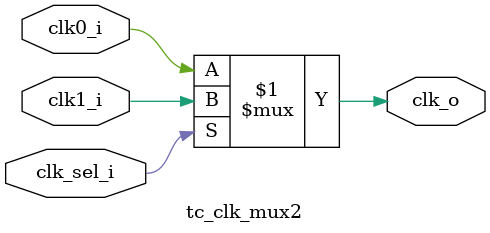
<source format=sv>
module tc_clk_inverter (
  input  logic clk_i,
  output logic clk_o
);

  // Ugly code style hack to work around mysterious Verilator issue
  always_comb begin
    clk_o = 1'b0;
    if (clk_i == 1'b0) clk_o = 1'b1;
  end

endmodule

// Warning: Typical clock mux cells of a technologies std cell library ARE NOT
// GLITCH FREE!! The only difference to a regular multiplexer cell is that they
// feature balanced rise- and fall-times. In other words: SWITCHING FROM ONE
// CLOCK TO THE OTHER CAN INTRODUCE GLITCHES. ALSO, GLITCHES ON THE SELECT LINE
// DIRECTLY TRANSLATE TO GLITCHES ON THE OUTPUT CLOCK!! This cell is only
// intended to be used for quasi-static switching between clocks when one of the
// clocks is anyway inactive or if the downstream logic remains gated or in
// reset state during the transition phase. If you need dynamic switching
// between arbitrary input clocks without introducing glitches, have a look at
// the clk_mux_glitch_free cell in the pulp-platform/common_cells repository.
module tc_clk_mux2 (
  input  logic clk0_i,
  input  logic clk1_i,
  input  logic clk_sel_i,
  output logic clk_o
);

  assign clk_o = (clk_sel_i) ? clk1_i : clk0_i;

endmodule
</source>
